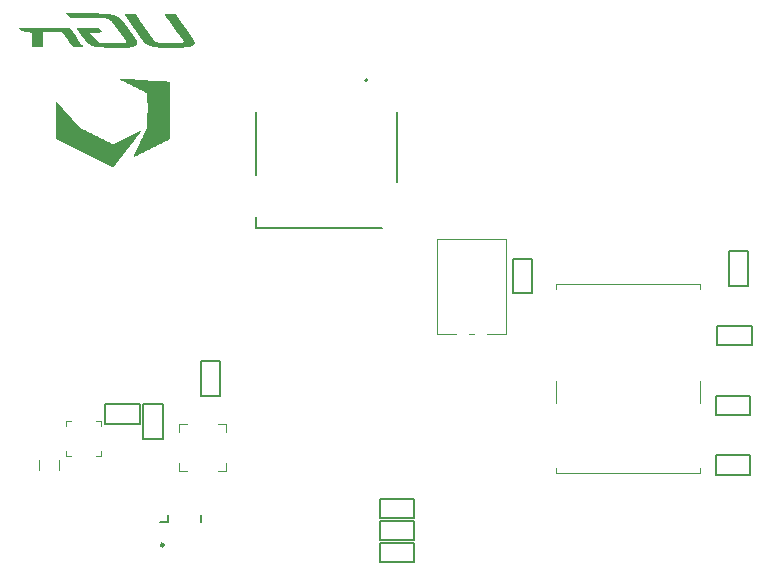
<source format=gbo>
G04 ================== begin FILE IDENTIFICATION RECORD ==================*
G04 Layout Name:  C:/Users/adamf/Desktop/TDP4/PCB_fix_silkscreen/datalogger.brd*
G04 Film Name:    BOT_SILKSCREEN*
G04 File Format:  Gerber RS274X*
G04 File Origin:  Cadence Allegro -unreleased*
G04 Origin Date:  Tue Mar 23 20:19:09 2021*
G04 *
G04 Layer:  USER PART NUMBER/SILKSCREEN_BOTTOM*
G04 Layer:  TOLERANCE/SILKSCREEN_BOTTOM*
G04 Layer:  REF DES/SILKSCREEN_BOTTOM*
G04 Layer:  PACKAGE GEOMETRY/SILKSCREEN_BOTTOM*
G04 Layer:  DEVICE TYPE/SILKSCREEN_BOTTOM*
G04 Layer:  COMPONENT VALUE/SILKSCREEN_BOTTOM*
G04 Layer:  BOARD GEOMETRY/SILKSCREEN_BOTTOM*
G04 *
G04 Offset:    (0.00 0.00)*
G04 Mirror:    No*
G04 Mode:      Positive*
G04 Rotation:  0*
G04 FullContactRelief:  No*
G04 UndefLineWidth:     6.00*
G04 ================== end FILE IDENTIFICATION RECORD ====================*
%FSLAX25Y25*MOIN*%
%IR0*IPPOS*OFA0.00000B0.00000*MIA0B0*SFA1.00000B1.00000*%
%ADD10C,.005*%
%ADD11C,.006*%
%ADD12C,.00472*%
%ADD13C,.00591*%
%ADD14C,.00984*%
%ADD15C,.00787*%
G75*
%LPD*%
G75*
G36*
G01X-120278Y56705D02*
G03X-120335Y56752I-436J-470D01*
G03X-120388Y56786I-310J-425D01*
G03X-120425Y56796I-40J-74D01*
G03X-120456Y56767I-2J-29D01*
G01X-120478Y54948D01*
G03X-120495Y52915I272783J-3298D01*
G03X-120500Y50500I540502J-2327D01*
G01X-120497Y46347D01*
G03X-120474Y45012I44427J98D01*
G03X-120430Y44319I11125J358D01*
G03X-120300Y44200I130J12D01*
G02X-120223Y44193I2J-403D01*
G02X-120159Y44171I-48J-245D01*
G02X-120115Y44138I-71J-140D01*
G02X-120100Y44100I-40J-38D01*
G03X-120085Y44062I55J0D01*
G03X-120041Y44029I115J107D01*
G03X-119977Y44007I112J223D01*
G03X-119900Y44000I75J396D01*
G02X-119823Y43993I2J-403D01*
G02X-119759Y43971I-48J-245D01*
G02X-119715Y43938I-71J-140D01*
G02X-119700Y43900I-40J-38D01*
G03X-119685Y43862I55J0D01*
G03X-119641Y43829I115J107D01*
G03X-119577Y43807I112J223D01*
G03X-119500Y43800I75J396D01*
G02X-119423Y43793I2J-403D01*
G02X-119359Y43771I-48J-245D01*
G02X-119315Y43738I-71J-140D01*
G02X-119300Y43700I-40J-38D01*
G03X-119285Y43662I55J0D01*
G03X-119241Y43629I115J107D01*
G03X-119177Y43607I112J223D01*
G03X-119100Y43600I75J396D01*
G02X-119023Y43593I2J-403D01*
G02X-118959Y43571I-48J-245D01*
G02X-118915Y43538I-71J-140D01*
G02X-118900Y43500I-40J-38D01*
G03X-118885Y43462I55J0D01*
G03X-118841Y43429I115J107D01*
G03X-118777Y43407I112J223D01*
G03X-118700Y43400I75J396D01*
G02X-118623Y43393I2J-403D01*
G02X-118559Y43371I-48J-245D01*
G02X-118515Y43338I-71J-140D01*
G02X-118500Y43300I-40J-38D01*
G03X-118485Y43262I55J0D01*
G03X-118441Y43229I115J107D01*
G03X-118377Y43207I112J223D01*
G03X-118300Y43200I75J396D01*
G02X-118223Y43193I2J-403D01*
G02X-118159Y43171I-48J-245D01*
G02X-118115Y43138I-71J-140D01*
G02X-118100Y43100I-40J-38D01*
G03X-118085Y43062I55J0D01*
G03X-118041Y43029I115J107D01*
G03X-117977Y43007I112J223D01*
G03X-117900Y43000I75J396D01*
G02X-117823Y42993I2J-403D01*
G02X-117759Y42971I-48J-245D01*
G02X-117715Y42938I-71J-140D01*
G02X-117700Y42900I-40J-38D01*
G03X-117685Y42862I55J0D01*
G03X-117641Y42829I115J107D01*
G03X-117577Y42807I112J223D01*
G03X-117500Y42800I75J396D01*
G02X-117423Y42793I2J-403D01*
G02X-117359Y42771I-48J-245D01*
G02X-117315Y42738I-71J-140D01*
G02X-117300Y42700I-40J-38D01*
G03X-117285Y42662I55J0D01*
G03X-117241Y42629I115J107D01*
G03X-117177Y42607I112J223D01*
G03X-117100Y42600I75J396D01*
G02X-117023Y42593I2J-403D01*
G02X-116959Y42571I-48J-245D01*
G02X-116915Y42538I-71J-140D01*
G02X-116900Y42500I-40J-38D01*
G03X-116885Y42462I55J0D01*
G03X-116841Y42429I115J107D01*
G03X-116777Y42407I112J223D01*
G03X-116700Y42400I75J396D01*
G02X-116623Y42393I2J-403D01*
G02X-116559Y42371I-48J-245D01*
G02X-116515Y42338I-71J-140D01*
G02X-116500Y42300I-40J-38D01*
G03X-116485Y42262I55J0D01*
G03X-116441Y42229I115J107D01*
G03X-116377Y42207I112J223D01*
G03X-116300Y42200I75J396D01*
G02X-116223Y42193I2J-403D01*
G02X-116159Y42171I-48J-245D01*
G02X-116115Y42138I-71J-140D01*
G02X-116100Y42100I-40J-38D01*
G03X-116085Y42062I55J0D01*
G03X-116041Y42029I115J107D01*
G03X-115977Y42007I112J223D01*
G03X-115900Y42000I75J396D01*
G02X-115823Y41993I2J-403D01*
G02X-115759Y41971I-48J-245D01*
G02X-115715Y41938I-71J-140D01*
G02X-115700Y41900I-40J-38D01*
G03X-115685Y41862I55J0D01*
G03X-115641Y41829I115J107D01*
G03X-115577Y41807I112J223D01*
G03X-115500Y41800I75J396D01*
G02X-115423Y41793I2J-403D01*
G02X-115359Y41771I-48J-245D01*
G02X-115315Y41738I-71J-140D01*
G02X-115300Y41700I-40J-38D01*
G03X-115285Y41662I55J0D01*
G03X-115241Y41629I115J107D01*
G03X-115177Y41607I112J223D01*
G03X-115100Y41600I75J396D01*
G02X-115023Y41593I2J-403D01*
G02X-114959Y41571I-48J-245D01*
G02X-114915Y41538I-71J-140D01*
G02X-114900Y41500I-40J-38D01*
G03X-114885Y41462I55J0D01*
G03X-114841Y41429I115J107D01*
G03X-114777Y41407I112J223D01*
G03X-114700Y41400I75J396D01*
G02X-114623Y41393I2J-403D01*
G02X-114559Y41371I-48J-245D01*
G02X-114515Y41338I-71J-140D01*
G02X-114500Y41300I-40J-38D01*
G03X-114485Y41262I55J0D01*
G03X-114441Y41229I115J107D01*
G03X-114377Y41207I112J223D01*
G03X-114300Y41200I75J396D01*
G02X-114223Y41193I2J-403D01*
G02X-114159Y41171I-48J-245D01*
G02X-114115Y41138I-71J-140D01*
G02X-114100Y41100I-40J-38D01*
G03X-114085Y41062I55J0D01*
G03X-114041Y41029I115J107D01*
G03X-113977Y41007I112J223D01*
G03X-113900Y41000I75J396D01*
G02X-113823Y40993I2J-403D01*
G02X-113759Y40971I-48J-245D01*
G02X-113715Y40938I-71J-140D01*
G02X-113700Y40900I-40J-38D01*
G03X-113685Y40862I55J0D01*
G03X-113641Y40829I115J107D01*
G03X-113577Y40807I112J223D01*
G03X-113500Y40800I75J396D01*
G02X-113423Y40793I2J-403D01*
G02X-113359Y40771I-48J-245D01*
G02X-113315Y40738I-71J-140D01*
G02X-113300Y40700I-40J-38D01*
G03X-113285Y40662I55J0D01*
G03X-113241Y40629I115J107D01*
G03X-113177Y40607I112J223D01*
G03X-113100Y40600I75J396D01*
G02X-113023Y40593I2J-403D01*
G02X-112959Y40571I-48J-245D01*
G02X-112915Y40538I-71J-140D01*
G02X-112900Y40500I-40J-38D01*
G03X-112885Y40462I55J0D01*
G03X-112841Y40429I115J107D01*
G03X-112777Y40407I112J223D01*
G03X-112700Y40400I75J396D01*
G02X-112623Y40393I2J-403D01*
G02X-112559Y40371I-48J-245D01*
G02X-112515Y40338I-71J-140D01*
G02X-112500Y40300I-40J-38D01*
G03X-112485Y40262I55J0D01*
G03X-112441Y40229I115J107D01*
G03X-112377Y40207I112J223D01*
G03X-112300Y40200I75J396D01*
G02X-112223Y40193I2J-403D01*
G02X-112159Y40171I-48J-245D01*
G02X-112115Y40138I-71J-140D01*
G02X-112100Y40100I-40J-38D01*
G03X-112085Y40062I55J0D01*
G03X-112041Y40029I115J107D01*
G03X-111977Y40007I112J223D01*
G03X-111900Y40000I75J396D01*
G02X-111823Y39993I2J-403D01*
G02X-111759Y39971I-48J-245D01*
G02X-111715Y39938I-71J-140D01*
G02X-111700Y39900I-40J-38D01*
G03X-111685Y39862I55J0D01*
G03X-111641Y39829I115J107D01*
G03X-111577Y39807I112J223D01*
G03X-111500Y39800I75J396D01*
G02X-111423Y39793I2J-403D01*
G02X-111359Y39771I-48J-245D01*
G02X-111315Y39738I-71J-140D01*
G02X-111300Y39700I-40J-38D01*
G03X-111285Y39662I55J0D01*
G03X-111241Y39629I115J107D01*
G03X-111177Y39607I112J223D01*
G03X-111100Y39600I75J396D01*
G02X-111023Y39593I2J-403D01*
G02X-110959Y39571I-48J-245D01*
G02X-110915Y39538I-71J-140D01*
G02X-110900Y39500I-40J-38D01*
G03X-110885Y39462I55J0D01*
G03X-110841Y39429I115J107D01*
G03X-110777Y39407I112J223D01*
G03X-110700Y39400I75J396D01*
G02X-110623Y39393I2J-403D01*
G02X-110559Y39371I-48J-245D01*
G02X-110515Y39338I-71J-140D01*
G02X-110500Y39300I-40J-38D01*
G03X-110485Y39262I55J0D01*
G03X-110441Y39229I115J107D01*
G03X-110377Y39207I112J223D01*
G03X-110300Y39200I75J396D01*
G02X-110223Y39193I2J-403D01*
G02X-110159Y39171I-48J-245D01*
G02X-110115Y39138I-71J-140D01*
G02X-110100Y39100I-40J-38D01*
G03X-110085Y39062I55J0D01*
G03X-110041Y39029I115J107D01*
G03X-109977Y39007I112J223D01*
G03X-109900Y39000I75J396D01*
G02X-109823Y38993I2J-403D01*
G02X-109759Y38971I-48J-245D01*
G02X-109715Y38938I-71J-140D01*
G02X-109700Y38900I-40J-38D01*
G03X-109685Y38862I55J0D01*
G03X-109641Y38829I115J107D01*
G03X-109577Y38807I112J223D01*
G03X-109500Y38800I75J396D01*
G02X-109423Y38793I2J-403D01*
G02X-109359Y38771I-48J-245D01*
G02X-109315Y38738I-71J-140D01*
G02X-109300Y38700I-40J-38D01*
G03X-109285Y38662I55J0D01*
G03X-109241Y38629I115J107D01*
G03X-109177Y38607I112J223D01*
G03X-109100Y38600I75J396D01*
G02X-109023Y38593I2J-403D01*
G02X-108959Y38571I-48J-245D01*
G02X-108915Y38538I-71J-140D01*
G02X-108900Y38500I-40J-38D01*
G03X-108885Y38462I55J0D01*
G03X-108841Y38429I115J107D01*
G03X-108777Y38407I112J223D01*
G03X-108700Y38400I75J396D01*
G02X-108623Y38393I2J-403D01*
G02X-108559Y38371I-48J-245D01*
G02X-108515Y38338I-71J-140D01*
G02X-108500Y38300I-40J-38D01*
G03X-108485Y38262I55J0D01*
G03X-108441Y38229I115J107D01*
G03X-108377Y38207I112J223D01*
G03X-108300Y38200I75J396D01*
G02X-108223Y38193I2J-403D01*
G02X-108159Y38171I-48J-245D01*
G02X-108115Y38138I-71J-140D01*
G02X-108100Y38100I-40J-38D01*
G03X-108085Y38062I55J0D01*
G03X-108041Y38029I115J107D01*
G03X-107977Y38007I112J223D01*
G03X-107900Y38000I75J396D01*
G02X-107823Y37993I2J-403D01*
G02X-107759Y37971I-48J-245D01*
G02X-107715Y37938I-71J-140D01*
G02X-107700Y37900I-40J-38D01*
G03X-107685Y37862I55J0D01*
G03X-107641Y37829I115J107D01*
G03X-107577Y37807I112J223D01*
G03X-107500Y37800I75J396D01*
G02X-107423Y37793I2J-403D01*
G02X-107359Y37771I-48J-245D01*
G02X-107315Y37738I-71J-140D01*
G02X-107300Y37700I-40J-38D01*
G03X-107285Y37662I55J0D01*
G03X-107241Y37629I115J107D01*
G03X-107177Y37607I112J223D01*
G03X-107100Y37600I75J396D01*
G02X-107023Y37593I2J-403D01*
G02X-106959Y37571I-48J-245D01*
G02X-106915Y37538I-71J-140D01*
G02X-106900Y37500I-40J-38D01*
G03X-106885Y37462I55J0D01*
G03X-106841Y37429I115J107D01*
G03X-106777Y37407I112J223D01*
G03X-106700Y37400I75J396D01*
G02X-106623Y37393I2J-403D01*
G02X-106559Y37371I-48J-245D01*
G02X-106515Y37338I-71J-140D01*
G02X-106500Y37300I-40J-38D01*
G03X-106485Y37262I55J0D01*
G03X-106441Y37229I115J107D01*
G03X-106377Y37207I112J223D01*
G03X-106300Y37200I75J396D01*
G02X-106223Y37193I2J-403D01*
G02X-106159Y37171I-48J-245D01*
G02X-106115Y37138I-71J-140D01*
G02X-106100Y37100I-40J-38D01*
G03X-106085Y37062I55J0D01*
G03X-106041Y37029I115J107D01*
G03X-105977Y37007I112J223D01*
G03X-105900Y37000I75J396D01*
G02X-105823Y36993I2J-403D01*
G02X-105759Y36971I-48J-245D01*
G02X-105715Y36938I-71J-140D01*
G02X-105700Y36900I-40J-38D01*
G03X-105685Y36862I55J0D01*
G03X-105641Y36829I115J107D01*
G03X-105577Y36807I112J223D01*
G03X-105500Y36800I75J396D01*
G02X-105423Y36793I2J-403D01*
G02X-105359Y36771I-48J-245D01*
G02X-105315Y36738I-71J-140D01*
G02X-105300Y36700I-40J-38D01*
G03X-105285Y36662I55J0D01*
G03X-105241Y36629I115J107D01*
G03X-105177Y36607I112J223D01*
G03X-105100Y36600I75J396D01*
G02X-105023Y36593I2J-403D01*
G02X-104959Y36571I-48J-245D01*
G02X-104915Y36538I-71J-140D01*
G02X-104900Y36500I-40J-38D01*
G03X-104885Y36462I55J0D01*
G03X-104841Y36429I115J107D01*
G03X-104777Y36407I112J223D01*
G03X-104700Y36400I75J396D01*
G02X-104623Y36393I2J-403D01*
G02X-104559Y36371I-48J-245D01*
G02X-104515Y36338I-71J-140D01*
G02X-104500Y36300I-40J-38D01*
G03X-104485Y36262I55J0D01*
G03X-104441Y36229I115J107D01*
G03X-104377Y36207I112J223D01*
G03X-104300Y36200I75J396D01*
G02X-104223Y36193I2J-403D01*
G02X-104159Y36171I-48J-245D01*
G02X-104115Y36138I-71J-140D01*
G02X-104100Y36100I-40J-38D01*
G03X-104085Y36062I55J0D01*
G03X-104041Y36029I115J107D01*
G03X-103977Y36007I112J223D01*
G03X-103900Y36000I75J396D01*
G02X-103823Y35993I2J-403D01*
G02X-103759Y35971I-48J-245D01*
G02X-103715Y35938I-71J-140D01*
G02X-103700Y35900I-40J-38D01*
G03X-103685Y35862I55J0D01*
G03X-103641Y35829I115J107D01*
G03X-103577Y35807I112J223D01*
G03X-103500Y35800I75J396D01*
G02X-103423Y35793I2J-403D01*
G02X-103359Y35771I-48J-245D01*
G02X-103315Y35738I-71J-140D01*
G02X-103300Y35700I-40J-38D01*
G03X-103285Y35662I55J0D01*
G03X-103241Y35629I115J107D01*
G03X-103177Y35607I112J223D01*
G03X-103100Y35600I75J396D01*
G02X-103023Y35593I2J-403D01*
G02X-102959Y35571I-48J-245D01*
G02X-102915Y35538I-71J-140D01*
G02X-102900Y35500I-40J-38D01*
G03X-102885Y35462I55J0D01*
G03X-102841Y35429I115J107D01*
G03X-102777Y35407I112J223D01*
G03X-102700Y35400I75J396D01*
G02X-102623Y35393I2J-403D01*
G02X-102559Y35371I-48J-245D01*
G02X-102515Y35338I-71J-140D01*
G02X-102500Y35300I-40J-38D01*
G03X-102485Y35262I55J0D01*
G03X-102441Y35229I115J107D01*
G03X-102377Y35207I112J223D01*
G03X-102300Y35200I75J396D01*
G02X-102223Y35193I2J-403D01*
G02X-102159Y35171I-48J-245D01*
G02X-102115Y35138I-71J-140D01*
G02X-102100Y35100I-40J-38D01*
G03X-102085Y35062I57J1D01*
G03X-102044Y35029I111J96D01*
G03X-101982Y35007I109J209D01*
G03X-101908Y35000I72J364D01*
G02X-101832Y34991I0J-327D01*
G02X-101761Y34965I-70J-301D01*
G02X-101706Y34925I-118J-220D01*
G02X-101676Y34879I-76J-82D01*
G03X-101582Y34853I56J19D01*
G03X-101171Y35225I-7474J8670D01*
G03X-100773Y35625I-7328J7690D01*
G03X-100700Y35807I-192J183D01*
G02X-100683Y35867I112J1D01*
G02X-100612Y35969I1175J-742D01*
G02X-100515Y36084I1282J-983D01*
G02X-100400Y36200I1626J-1497D01*
G03X-100285Y36316I-1418J1520D01*
G03X-100188Y36433I-1152J1054D01*
G03X-100118Y36537I-1056J786D01*
G03X-100100Y36600I-103J64D01*
G02X-100082Y36663I121J-1D01*
G02X-100012Y36767I1126J-682D01*
G02X-99915Y36884I1249J-937D01*
G02X-99800Y37000I1533J-1404D01*
G03X-99685Y37116I-1443J1545D01*
G03X-99588Y37233I-1167J1066D01*
G03X-99518Y37336I-1064J798D01*
G03X-99500Y37398I-100J63D01*
G02X-99479Y37464I116J-1D01*
G02X-99382Y37594I2029J-1413D01*
G02X-99253Y37744I2040J-1624D01*
G02X-99100Y37900I2825J-2618D01*
G03X-98947Y38056I-2672J2774D01*
G03X-98818Y38206I-1911J1774D01*
G03X-98721Y38336I-1932J1543D01*
G03X-98700Y38402I-95J67D01*
G02X-98682Y38464I118J-1D01*
G02X-98612Y38567I1134J-695D01*
G02X-98515Y38684I1264J-949D01*
G02X-98400Y38800I1558J-1429D01*
G03X-98285Y38916I-1418J1520D01*
G03X-98188Y39033I-1152J1054D01*
G03X-98118Y39137I-1056J786D01*
G03X-98100Y39200I-103J64D01*
G02X-98082Y39263I121J-1D01*
G02X-98012Y39367I1126J-682D01*
G02X-97915Y39484I1249J-937D01*
G02X-97800Y39600I1533J-1404D01*
G03X-97685Y39716I-1443J1545D01*
G03X-97588Y39833I-1167J1066D01*
G03X-97518Y39936I-1064J798D01*
G03X-97500Y39998I-100J63D01*
G02X-97479Y40064I116J-1D01*
G02X-97382Y40194I2029J-1413D01*
G02X-97253Y40344I2040J-1624D01*
G02X-97100Y40500I2825J-2618D01*
G03X-96947Y40656I-2672J2774D01*
G03X-96818Y40806I-1911J1774D01*
G03X-96721Y40936I-1932J1543D01*
G03X-96700Y41002I-95J67D01*
G02X-96682Y41064I118J-1D01*
G02X-96612Y41167I1134J-695D01*
G02X-96515Y41284I1264J-949D01*
G02X-96400Y41400I1558J-1429D01*
G03X-96285Y41516I-1418J1520D01*
G03X-96188Y41633I-1152J1054D01*
G03X-96118Y41737I-1056J786D01*
G03X-96100Y41800I-103J64D01*
G02X-96082Y41863I121J-1D01*
G02X-96012Y41967I1126J-682D01*
G02X-95915Y42084I1249J-937D01*
G02X-95800Y42200I1533J-1404D01*
G03X-95685Y42316I-1443J1545D01*
G03X-95588Y42433I-1167J1066D01*
G03X-95518Y42536I-1064J798D01*
G03X-95500Y42598I-100J63D01*
G02X-95479Y42664I116J-1D01*
G02X-95382Y42794I2029J-1413D01*
G02X-95253Y42944I2040J-1624D01*
G02X-95100Y43100I2825J-2618D01*
G03X-94947Y43256I-2672J2774D01*
G03X-94818Y43406I-1911J1774D01*
G03X-94721Y43536I-1932J1543D01*
G03X-94700Y43602I-95J67D01*
G02X-94682Y43664I118J-1D01*
G02X-94612Y43767I1134J-695D01*
G02X-94515Y43884I1264J-949D01*
G02X-94400Y44000I1558J-1429D01*
G03X-94285Y44116I-1418J1520D01*
G03X-94188Y44233I-1152J1054D01*
G03X-94118Y44337I-1056J786D01*
G03X-94100Y44400I-103J64D01*
G02X-94082Y44463I121J-1D01*
G02X-94012Y44567I1126J-682D01*
G02X-93915Y44684I1249J-937D01*
G02X-93800Y44800I1533J-1404D01*
G03X-93685Y44916I-1443J1545D01*
G03X-93588Y45033I-1167J1066D01*
G03X-93518Y45136I-1064J798D01*
G03X-93500Y45198I-100J63D01*
G02X-93479Y45264I116J-1D01*
G02X-93382Y45394I2029J-1413D01*
G02X-93253Y45544I2040J-1624D01*
G02X-93100Y45700I2825J-2618D01*
G03X-92947Y45856I-2672J2774D01*
G03X-92818Y46006I-1911J1774D01*
G03X-92721Y46136I-1932J1543D01*
G03X-92700Y46202I-95J67D01*
G02X-92682Y46264I118J-1D01*
G02X-92612Y46367I1134J-695D01*
G02X-92515Y46484I1264J-949D01*
G02X-92400Y46600I1558J-1429D01*
G03X-92219Y46803I-1027J1098D01*
G03X-92115Y47002I-572J425D01*
G03Y47140I-205J69D01*
G03X-92200Y47200I-84J-29D01*
G03X-92238Y47192I1J-99D01*
G03X-92271Y47171I37J-94D01*
G03X-92292Y47138I73J-70D01*
G03X-92300Y47100I91J-39D01*
G02X-92315Y47062I-55J0D01*
G02X-92359Y47029I-115J107D01*
G02X-92423Y47007I-112J223D01*
G02X-92500Y47000I-75J396D01*
G03X-92577Y46993I-2J-403D01*
G03X-92641Y46971I48J-245D01*
G03X-92685Y46938I71J-140D01*
G03X-92700Y46900I40J-38D01*
G02X-92715Y46862I-55J0D01*
G02X-92759Y46829I-115J107D01*
G02X-92823Y46807I-112J223D01*
G02X-92900Y46800I-75J396D01*
G03X-92977Y46793I-2J-403D01*
G03X-93041Y46771I48J-245D01*
G03X-93085Y46738I71J-140D01*
G03X-93100Y46700I40J-38D01*
G02X-93115Y46662I-55J0D01*
G02X-93159Y46629I-115J107D01*
G02X-93223Y46607I-112J223D01*
G02X-93300Y46600I-75J396D01*
G03X-93377Y46593I-2J-403D01*
G03X-93441Y46571I48J-245D01*
G03X-93485Y46538I71J-140D01*
G03X-93500Y46500I40J-38D01*
G02X-93515Y46462I-55J0D01*
G02X-93559Y46429I-115J107D01*
G02X-93623Y46407I-112J223D01*
G02X-93700Y46400I-75J396D01*
G03X-93777Y46393I-2J-403D01*
G03X-93841Y46371I48J-245D01*
G03X-93885Y46338I71J-140D01*
G03X-93900Y46300I40J-38D01*
G02X-93915Y46262I-55J0D01*
G02X-93959Y46229I-115J107D01*
G02X-94023Y46207I-112J223D01*
G02X-94100Y46200I-75J396D01*
G03X-94177Y46193I-2J-403D01*
G03X-94241Y46171I48J-245D01*
G03X-94285Y46138I71J-140D01*
G03X-94300Y46100I40J-38D01*
G02X-94315Y46062I-55J0D01*
G02X-94359Y46029I-115J107D01*
G02X-94423Y46007I-112J223D01*
G02X-94500Y46000I-75J396D01*
G03X-94577Y45993I-2J-403D01*
G03X-94641Y45971I48J-245D01*
G03X-94685Y45938I71J-140D01*
G03X-94700Y45900I40J-38D01*
G02X-94715Y45862I-55J0D01*
G02X-94759Y45829I-115J107D01*
G02X-94823Y45807I-112J223D01*
G02X-94900Y45800I-75J396D01*
G03X-94977Y45793I-2J-403D01*
G03X-95041Y45771I48J-245D01*
G03X-95085Y45738I71J-140D01*
G03X-95100Y45700I40J-38D01*
G02X-95115Y45662I-55J0D01*
G02X-95159Y45629I-115J107D01*
G02X-95223Y45607I-112J223D01*
G02X-95300Y45600I-75J396D01*
G03X-95377Y45593I-2J-403D01*
G03X-95441Y45571I48J-245D01*
G03X-95485Y45538I71J-140D01*
G03X-95500Y45500I40J-38D01*
G02X-95515Y45462I-55J0D01*
G02X-95559Y45429I-115J107D01*
G02X-95623Y45407I-112J223D01*
G02X-95700Y45400I-75J396D01*
G03X-95777Y45393I-2J-403D01*
G03X-95841Y45371I48J-245D01*
G03X-95885Y45338I71J-140D01*
G03X-95900Y45300I40J-38D01*
G02X-95915Y45262I-55J0D01*
G02X-95959Y45229I-115J107D01*
G02X-96023Y45207I-112J223D01*
G02X-96100Y45200I-75J396D01*
G03X-96177Y45193I-2J-403D01*
G03X-96241Y45171I48J-245D01*
G03X-96285Y45138I71J-140D01*
G03X-96300Y45100I40J-38D01*
G02X-96315Y45062I-55J0D01*
G02X-96359Y45029I-115J107D01*
G02X-96423Y45007I-112J223D01*
G02X-96500Y45000I-75J396D01*
G03X-96577Y44993I-2J-403D01*
G03X-96641Y44971I48J-245D01*
G03X-96685Y44938I71J-140D01*
G03X-96700Y44900I40J-38D01*
G02X-96715Y44862I-55J0D01*
G02X-96759Y44829I-115J107D01*
G02X-96823Y44807I-112J223D01*
G02X-96900Y44800I-75J396D01*
G03X-96977Y44793I-2J-403D01*
G03X-97041Y44771I48J-245D01*
G03X-97085Y44738I71J-140D01*
G03X-97100Y44700I40J-38D01*
G02X-97115Y44662I-55J0D01*
G02X-97159Y44629I-115J107D01*
G02X-97223Y44607I-112J223D01*
G02X-97300Y44600I-75J396D01*
G03X-97377Y44593I-2J-403D01*
G03X-97441Y44571I48J-245D01*
G03X-97485Y44538I71J-140D01*
G03X-97500Y44500I40J-38D01*
G02X-97515Y44462I-55J0D01*
G02X-97559Y44429I-115J107D01*
G02X-97623Y44407I-112J223D01*
G02X-97700Y44400I-75J396D01*
G03X-97777Y44393I-2J-403D01*
G03X-97841Y44371I48J-245D01*
G03X-97885Y44338I71J-140D01*
G03X-97900Y44300I40J-38D01*
G02X-97915Y44262I-55J0D01*
G02X-97959Y44229I-115J107D01*
G02X-98023Y44207I-112J223D01*
G02X-98100Y44200I-75J396D01*
G03X-98177Y44193I-2J-403D01*
G03X-98241Y44171I48J-245D01*
G03X-98285Y44138I71J-140D01*
G03X-98300Y44100I40J-38D01*
G02X-98315Y44062I-55J0D01*
G02X-98359Y44029I-115J107D01*
G02X-98423Y44007I-112J223D01*
G02X-98500Y44000I-75J396D01*
G03X-98577Y43993I-2J-403D01*
G03X-98641Y43971I48J-245D01*
G03X-98685Y43938I71J-140D01*
G03X-98700Y43900I40J-38D01*
G02X-98715Y43862I-55J0D01*
G02X-98759Y43829I-115J107D01*
G02X-98823Y43807I-112J223D01*
G02X-98900Y43800I-75J396D01*
G03X-98977Y43793I-2J-403D01*
G03X-99041Y43771I48J-245D01*
G03X-99085Y43738I71J-140D01*
G03X-99100Y43700I40J-38D01*
G02X-99115Y43662I-55J0D01*
G02X-99159Y43629I-115J107D01*
G02X-99223Y43607I-112J223D01*
G02X-99300Y43600I-75J396D01*
G03X-99377Y43593I-2J-403D01*
G03X-99441Y43571I48J-245D01*
G03X-99485Y43538I71J-140D01*
G03X-99500Y43500I40J-38D01*
G02X-99515Y43462I-55J0D01*
G02X-99559Y43429I-115J107D01*
G02X-99623Y43407I-112J223D01*
G02X-99700Y43400I-75J396D01*
G03X-99777Y43393I-2J-403D01*
G03X-99841Y43371I48J-245D01*
G03X-99885Y43338I71J-140D01*
G03X-99900Y43300I40J-38D01*
G02X-99915Y43262I-55J0D01*
G02X-99959Y43229I-115J107D01*
G02X-100023Y43207I-112J223D01*
G02X-100100Y43200I-75J396D01*
G03X-100177Y43193I-2J-403D01*
G03X-100241Y43171I48J-245D01*
G03X-100285Y43138I71J-140D01*
G03X-100300Y43100I40J-38D01*
G02X-100315Y43062I-55J0D01*
G02X-100359Y43029I-115J107D01*
G02X-100423Y43007I-112J223D01*
G02X-100500Y43000I-75J396D01*
G03X-100577Y42993I-2J-403D01*
G03X-100641Y42971I48J-245D01*
G03X-100685Y42938I71J-140D01*
G03X-100700Y42900I40J-38D01*
G02X-100715Y42862I-55J0D01*
G02X-100759Y42829I-115J107D01*
G02X-100823Y42807I-112J223D01*
G02X-100900Y42800I-75J396D01*
G03X-100977Y42793I-2J-403D01*
G03X-101041Y42771I48J-245D01*
G03X-101085Y42738I71J-140D01*
G03X-101100Y42700I40J-38D01*
G02X-101125Y42661I-43J0D01*
G02X-101218Y42629I-229J514D01*
G02X-101347Y42607I-210J844D01*
G02X-101500Y42600I-151J1617D01*
G02X-101653Y42607I-2J1624D01*
G02X-101782Y42629I81J866D01*
G02X-101875Y42661I136J546D01*
G02X-101900Y42700I18J39D01*
G03X-101915Y42738I-55J0D01*
G03X-101959Y42771I-115J-107D01*
G03X-102023Y42793I-112J-223D01*
G03X-102100Y42800I-75J-396D01*
G02X-102177Y42807I-2J403D01*
G02X-102241Y42829I48J245D01*
G02X-102285Y42862I71J140D01*
G02X-102300Y42900I40J38D01*
G03X-102315Y42938I-55J0D01*
G03X-102359Y42971I-115J-107D01*
G03X-102423Y42993I-112J-223D01*
G03X-102500Y43000I-75J-396D01*
G02X-102577Y43007I-2J403D01*
G02X-102641Y43029I48J245D01*
G02X-102685Y43062I71J140D01*
G02X-102700Y43100I40J38D01*
G03X-102715Y43138I-55J0D01*
G03X-102759Y43171I-115J-107D01*
G03X-102823Y43193I-112J-223D01*
G03X-102900Y43200I-75J-396D01*
G02X-102977Y43207I-2J403D01*
G02X-103041Y43229I48J245D01*
G02X-103085Y43262I71J140D01*
G02X-103100Y43300I40J38D01*
G03X-103115Y43338I-55J0D01*
G03X-103159Y43371I-115J-107D01*
G03X-103223Y43393I-112J-223D01*
G03X-103300Y43400I-75J-396D01*
G02X-103377Y43407I-2J403D01*
G02X-103441Y43429I48J245D01*
G02X-103485Y43462I71J140D01*
G02X-103500Y43500I40J38D01*
G03X-103515Y43538I-55J0D01*
G03X-103559Y43571I-115J-107D01*
G03X-103623Y43593I-112J-223D01*
G03X-103700Y43600I-75J-396D01*
G02X-103777Y43607I-2J403D01*
G02X-103841Y43629I48J245D01*
G02X-103885Y43662I71J140D01*
G02X-103900Y43700I40J38D01*
G03X-103915Y43738I-55J0D01*
G03X-103959Y43771I-115J-107D01*
G03X-104023Y43793I-112J-223D01*
G03X-104100Y43800I-75J-396D01*
G02X-104177Y43807I-2J403D01*
G02X-104241Y43829I48J245D01*
G02X-104285Y43862I71J140D01*
G02X-104300Y43900I40J38D01*
G03X-104315Y43938I-55J0D01*
G03X-104359Y43971I-115J-107D01*
G03X-104423Y43993I-112J-223D01*
G03X-104500Y44000I-75J-396D01*
G02X-104577Y44007I-2J403D01*
G02X-104641Y44029I48J245D01*
G02X-104685Y44062I71J140D01*
G02X-104700Y44100I40J38D01*
G03X-104715Y44138I-55J0D01*
G03X-104759Y44171I-115J-107D01*
G03X-104823Y44193I-112J-223D01*
G03X-104900Y44200I-75J-396D01*
G02X-104977Y44207I-2J403D01*
G02X-105041Y44229I48J245D01*
G02X-105085Y44262I71J140D01*
G02X-105100Y44300I40J38D01*
G03X-105115Y44338I-55J0D01*
G03X-105159Y44371I-115J-107D01*
G03X-105223Y44393I-112J-223D01*
G03X-105300Y44400I-75J-396D01*
G02X-105377Y44407I-2J403D01*
G02X-105441Y44429I48J245D01*
G02X-105485Y44462I71J140D01*
G02X-105500Y44500I40J38D01*
G03X-105515Y44538I-55J0D01*
G03X-105559Y44571I-115J-107D01*
G03X-105623Y44593I-112J-223D01*
G03X-105700Y44600I-75J-396D01*
G02X-105777Y44607I-2J403D01*
G02X-105841Y44629I48J245D01*
G02X-105885Y44662I71J140D01*
G02X-105900Y44700I40J38D01*
G03X-105915Y44738I-55J0D01*
G03X-105959Y44771I-115J-107D01*
G03X-106023Y44793I-112J-223D01*
G03X-106100Y44800I-75J-396D01*
G02X-106177Y44807I-2J403D01*
G02X-106241Y44829I48J245D01*
G02X-106285Y44862I71J140D01*
G02X-106300Y44900I40J38D01*
G03X-106315Y44938I-55J0D01*
G03X-106359Y44971I-115J-107D01*
G03X-106423Y44993I-112J-223D01*
G03X-106500Y45000I-75J-396D01*
G02X-106577Y45007I-2J403D01*
G02X-106641Y45029I48J245D01*
G02X-106685Y45062I71J140D01*
G02X-106700Y45100I40J38D01*
G03X-106715Y45138I-55J0D01*
G03X-106759Y45171I-115J-107D01*
G03X-106823Y45193I-112J-223D01*
G03X-106900Y45200I-75J-396D01*
G02X-106977Y45207I-2J403D01*
G02X-107041Y45229I48J245D01*
G02X-107085Y45262I71J140D01*
G02X-107100Y45300I40J38D01*
G03X-107115Y45338I-55J0D01*
G03X-107159Y45371I-115J-107D01*
G03X-107223Y45393I-112J-223D01*
G03X-107300Y45400I-75J-396D01*
G02X-107377Y45407I-2J403D01*
G02X-107441Y45429I48J245D01*
G02X-107485Y45462I71J140D01*
G02X-107500Y45500I40J38D01*
G03X-107515Y45538I-55J0D01*
G03X-107559Y45571I-115J-107D01*
G03X-107623Y45593I-112J-223D01*
G03X-107700Y45600I-75J-396D01*
G02X-107777Y45607I-2J403D01*
G02X-107841Y45629I48J245D01*
G02X-107885Y45662I71J140D01*
G02X-107900Y45700I40J38D01*
G03X-107915Y45738I-55J0D01*
G03X-107959Y45771I-115J-107D01*
G03X-108023Y45793I-112J-223D01*
G03X-108100Y45800I-75J-396D01*
G02X-108177Y45807I-2J403D01*
G02X-108241Y45829I48J245D01*
G02X-108285Y45862I71J140D01*
G02X-108300Y45900I40J38D01*
G03X-108315Y45938I-55J0D01*
G03X-108359Y45971I-115J-107D01*
G03X-108423Y45993I-112J-223D01*
G03X-108500Y46000I-75J-396D01*
G02X-108577Y46007I-2J403D01*
G02X-108641Y46029I48J245D01*
G02X-108685Y46062I71J140D01*
G02X-108700Y46100I40J38D01*
G03X-108715Y46138I-55J0D01*
G03X-108759Y46171I-115J-107D01*
G03X-108823Y46193I-112J-223D01*
G03X-108900Y46200I-75J-396D01*
G02X-108977Y46207I-2J403D01*
G02X-109041Y46229I48J245D01*
G02X-109085Y46262I71J140D01*
G02X-109100Y46300I40J38D01*
G03X-109115Y46338I-55J0D01*
G03X-109159Y46371I-115J-107D01*
G03X-109223Y46393I-112J-223D01*
G03X-109300Y46400I-75J-396D01*
G02X-109377Y46407I-2J403D01*
G02X-109441Y46429I48J245D01*
G02X-109485Y46462I71J140D01*
G02X-109500Y46500I40J38D01*
G03X-109515Y46538I-55J0D01*
G03X-109559Y46571I-115J-107D01*
G03X-109623Y46593I-112J-223D01*
G03X-109700Y46600I-75J-396D01*
G02X-109777Y46607I-2J403D01*
G02X-109841Y46629I48J245D01*
G02X-109885Y46662I71J140D01*
G02X-109900Y46700I40J38D01*
G03X-109915Y46738I-55J0D01*
G03X-109959Y46771I-115J-107D01*
G03X-110023Y46793I-112J-223D01*
G03X-110100Y46800I-75J-396D01*
G02X-110177Y46807I-2J403D01*
G02X-110241Y46829I48J245D01*
G02X-110285Y46862I71J140D01*
G02X-110300Y46900I40J38D01*
G03X-110315Y46938I-55J0D01*
G03X-110359Y46971I-115J-107D01*
G03X-110423Y46993I-112J-223D01*
G03X-110500Y47000I-75J-396D01*
G02X-110577Y47007I-2J403D01*
G02X-110641Y47029I48J245D01*
G02X-110685Y47062I71J140D01*
G02X-110700Y47100I40J38D01*
G03X-110715Y47138I-55J0D01*
G03X-110759Y47171I-115J-107D01*
G03X-110823Y47193I-112J-223D01*
G03X-110900Y47200I-75J-396D01*
G02X-110977Y47207I-2J403D01*
G02X-111041Y47229I48J245D01*
G02X-111085Y47262I71J140D01*
G02X-111100Y47300I40J38D01*
G03X-111115Y47338I-55J0D01*
G03X-111159Y47371I-115J-107D01*
G03X-111223Y47393I-112J-223D01*
G03X-111300Y47400I-75J-396D01*
G02X-111377Y47407I-2J403D01*
G02X-111441Y47429I48J245D01*
G02X-111485Y47462I71J140D01*
G02X-111500Y47500I40J38D01*
G03X-111515Y47538I-55J0D01*
G03X-111559Y47571I-115J-107D01*
G03X-111623Y47593I-112J-223D01*
G03X-111700Y47600I-75J-396D01*
G02X-111777Y47607I-2J403D01*
G02X-111841Y47629I48J245D01*
G02X-111885Y47662I71J140D01*
G02X-111900Y47700I40J38D01*
G03X-111915Y47738I-55J0D01*
G03X-111959Y47771I-115J-107D01*
G03X-112023Y47793I-112J-223D01*
G03X-112100Y47800I-75J-396D01*
G02X-112177Y47807I-2J403D01*
G02X-112241Y47829I48J245D01*
G02X-112285Y47862I71J140D01*
G02X-112300Y47900I40J38D01*
G03X-112312Y47938I-68J-1D01*
G03X-112345Y47971I-99J-66D01*
G03X-112394Y47993I-91J-138D01*
G03X-112452Y48000I-56J-223D01*
G02X-112637Y48071I0J277D01*
G02X-113140Y48539I13435J14944D01*
G02X-113628Y49025I14387J14934D01*
G02X-113700Y49202I182J177D01*
G03X-113725Y49269I-103J0D01*
G03X-113935Y49510I-12578J-10748D01*
G03X-114193Y49789I-7495J-6672D01*
G03X-114500Y50100I-12544J-12076D01*
G02X-114807Y50411I11992J12145D01*
G02X-115065Y50691I7136J6834D01*
G02X-115275Y50932I11954J10629D01*
G02X-115300Y51000I80J68D01*
G03X-115325Y51068I-105J0D01*
G03X-115535Y51309I-12164J-10388D01*
G03X-115793Y51589I-7394J-6554D01*
G03X-116100Y51900I-12299J-11834D01*
G02X-116407Y52211I11992J12145D01*
G02X-116665Y52491I7136J6834D01*
G02X-116875Y52732I11954J10629D01*
G02X-116900Y52800I80J68D01*
G03X-116925Y52868I-105J0D01*
G03X-117135Y53109I-12164J-10388D01*
G03X-117393Y53389I-7394J-6554D01*
G03X-117700Y53700I-12299J-11834D01*
G02X-118007Y54011I11992J12145D01*
G02X-118265Y54291I7136J6834D01*
G02X-118475Y54532I11954J10629D01*
G02X-118500Y54600I80J68D01*
G03X-118525Y54668I-105J0D01*
G03X-118735Y54909I-12164J-10388D01*
G03X-118993Y55189I-7394J-6554D01*
G03X-119300Y55500I-12299J-11834D01*
G02X-119607Y55811I12001J12153D01*
G02X-119865Y56091I7139J6837D01*
G02X-120075Y56332I11965J10638D01*
G02X-120100Y56400I80J68D01*
G03X-120109Y56451I-156J-1D01*
G03X-120137Y56518I-528J-181D01*
G03X-120177Y56588I-582J-286D01*
G03X-120225Y56650I-484J-325D01*
G03X-120278Y56705I-556J-483D01*
G37*
G36*
G01X-133150Y81440D02*
X-115987D01*
X-113967Y78594D01*
X-113170Y77470D01*
X-112448Y76450D01*
X-111843Y75594D01*
G02X-111634Y75294I-29029J-20446D01*
G01X-111320Y74840D01*
X-114943D01*
X-116154Y76614D01*
G03X-116659Y77350I-123555J-84235D01*
G03X-117176Y78094I-130619J-90215D01*
G03X-117637Y78748I-116241J-81448D01*
G03X-117936Y79161I-20391J-14448D01*
G01X-118508Y79935D01*
X-121766Y79945D01*
X-125025Y79955D01*
Y74840D01*
X-128655D01*
Y79742D01*
X-129931Y79849D01*
G02X-130925Y80000I651J7632D01*
G02X-131801Y80272I1135J5201D01*
G02X-132490Y80638I1490J3637D01*
G02X-132913Y81069I812J1220D01*
G01X-133150Y81440D01*
G37*
G36*
G01X-117174Y86225D02*
X-110993Y86203D01*
G02X-105557Y86143I-1384J-371694D01*
G02X-102897Y85960I-481J-26419D01*
G02X-101170Y85570I-1019J-8530D01*
G02X-99658Y84845I-2221J-6572D01*
G02X-98908Y84238I-2317J-3629D01*
G02X-98105Y83326I-7586J-7489D01*
G02X-96882Y81686I-34444J-26962D01*
G02X-94088Y77731I-825626J-586226D01*
G02X-93743Y77149I-3537J-2490D01*
G02X-93547Y76593I-2265J-1111D01*
G02X-93509Y76106I-1661J-375D01*
G02X-93636Y75729I-774J51D01*
G02X-93907Y75476I-666J442D01*
G02X-94426Y75226I-2083J3662D01*
G02X-95097Y75003I-2160J5379D01*
G02X-95873Y74833I-2348J8863D01*
G02X-96620Y74751I-1025J5894D01*
G02X-97914Y74708I-2209J46989D01*
G02X-99637Y74696I-1369J72847D01*
G02X-101880Y74718I895J205632D01*
G02X-106655Y74881I1948J127080D01*
G02X-108733Y75333I349J6607D01*
G02X-110221Y76376I1427J3619D01*
G02X-112073Y78739I19249J16994D01*
G02X-112737Y79703I133404J92599D01*
G02X-113296Y80532I71687J48942D01*
G02X-113783Y81264I312745J208598D01*
G02X-113805Y81337I110J73D01*
G02X-113764Y81379I42J0D01*
G02X-112718Y81410I10790J-346408D01*
G02X-111523Y81433I1926J-69007D01*
G02X-110104Y81440I1384J-136638D01*
G01X-106402D01*
X-105814Y80722D01*
G02X-105588Y80439I-10314J-8468D01*
G02X-105398Y80183I-6357J-4917D01*
G02X-105246Y79965I-9301J-6647D01*
G02X-105225Y79897I-100J-68D01*
G02X-105265Y79854I-43J0D01*
G02X-105808Y79821I-3212J48368D01*
G02X-106449Y79798I-1006J19085D01*
G02X-107210Y79790I-777J37745D01*
G01X-109195D01*
X-108022Y78264D01*
G03X-107540Y77665I14044J10808D01*
G03X-107063Y77127I10359J8704D01*
G03X-106643Y76699I9291J8697D01*
G03X-106408Y76539I574J590D01*
G03X-105688Y76378I748J1656D01*
G03X-101732Y76332I8194J534555D01*
G03X-97708Y76311I5749J716007D01*
G03X-97175Y76465I3J990D01*
G03X-97118Y76668I-84J133D01*
G03X-97420Y77192I-4398J-2186D01*
G03X-98116Y78199I-23553J-15535D01*
G03X-100358Y81286I-1282802J-929305D01*
G03X-102160Y83563I-29118J-21192D01*
G03X-103357Y84384I-2142J-1840D01*
G03X-105031Y84689I-1779J-5016D01*
G03X-110088Y84740I-5078J-252797D01*
G01X-115716D01*
X-116445Y85482D01*
X-117174Y86225D01*
G37*
G36*
G01X-97936Y64342D02*
G03X-98150Y64372I-624J-3676D01*
G03X-98436Y64393I-427J-3852D01*
G03X-98800Y64400I-373J-9927D01*
G03X-99164Y64393I9J-9934D01*
G03X-99450Y64372I141J-3873D01*
G03X-99664Y64342I410J-3706D01*
G03X-99700Y64300I7J-42D01*
G03X-99685Y64262I55J0D01*
G03X-99641Y64229I115J107D01*
G03X-99577Y64207I112J223D01*
G03X-99500Y64200I75J396D01*
G02X-99423Y64193I2J-403D01*
G02X-99359Y64171I-48J-245D01*
G02X-99315Y64138I-71J-140D01*
G02X-99300Y64100I-40J-38D01*
G03X-99285Y64062I55J0D01*
G03X-99241Y64029I115J107D01*
G03X-99177Y64007I112J223D01*
G03X-99100Y64000I75J396D01*
G02X-99023Y63993I2J-403D01*
G02X-98959Y63971I-48J-245D01*
G02X-98915Y63938I-71J-140D01*
G02X-98900Y63900I-40J-38D01*
G03X-98885Y63862I55J0D01*
G03X-98841Y63829I115J107D01*
G03X-98777Y63807I112J223D01*
G03X-98700Y63800I75J396D01*
G02X-98623Y63793I2J-403D01*
G02X-98559Y63771I-48J-245D01*
G02X-98515Y63738I-71J-140D01*
G02X-98500Y63700I-40J-38D01*
G03X-98485Y63662I55J0D01*
G03X-98441Y63629I115J107D01*
G03X-98377Y63607I112J223D01*
G03X-98300Y63600I75J396D01*
G02X-98223Y63593I2J-403D01*
G02X-98159Y63571I-48J-245D01*
G02X-98115Y63538I-71J-140D01*
G02X-98100Y63500I-40J-38D01*
G03X-98085Y63462I55J0D01*
G03X-98041Y63429I115J107D01*
G03X-97977Y63407I112J223D01*
G03X-97900Y63400I75J396D01*
G02X-97823Y63393I2J-403D01*
G02X-97759Y63371I-48J-245D01*
G02X-97715Y63338I-71J-140D01*
G02X-97700Y63300I-40J-38D01*
G03X-97685Y63262I55J0D01*
G03X-97641Y63229I115J107D01*
G03X-97577Y63207I112J223D01*
G03X-97500Y63200I75J396D01*
G02X-97423Y63193I2J-403D01*
G02X-97359Y63171I-48J-245D01*
G02X-97315Y63138I-71J-140D01*
G02X-97300Y63100I-40J-38D01*
G03X-97285Y63062I55J0D01*
G03X-97241Y63029I115J107D01*
G03X-97177Y63007I112J223D01*
G03X-97100Y63000I75J396D01*
G02X-97023Y62993I2J-403D01*
G02X-96959Y62971I-48J-245D01*
G02X-96915Y62938I-71J-140D01*
G02X-96900Y62900I-40J-38D01*
G03X-96885Y62862I55J0D01*
G03X-96841Y62829I115J107D01*
G03X-96777Y62807I112J223D01*
G03X-96700Y62800I75J396D01*
G02X-96623Y62793I2J-403D01*
G02X-96559Y62771I-48J-245D01*
G02X-96515Y62738I-71J-140D01*
G02X-96500Y62700I-40J-38D01*
G03X-96485Y62662I55J0D01*
G03X-96441Y62629I115J107D01*
G03X-96377Y62607I112J223D01*
G03X-96300Y62600I75J396D01*
G02X-96223Y62593I2J-403D01*
G02X-96159Y62571I-48J-245D01*
G02X-96115Y62538I-71J-140D01*
G02X-96100Y62500I-40J-38D01*
G03X-96085Y62462I55J0D01*
G03X-96041Y62429I115J107D01*
G03X-95977Y62407I112J223D01*
G03X-95900Y62400I75J396D01*
G02X-95823Y62393I2J-403D01*
G02X-95759Y62371I-48J-245D01*
G02X-95715Y62338I-71J-140D01*
G02X-95700Y62300I-40J-38D01*
G03X-95685Y62262I55J0D01*
G03X-95641Y62229I115J107D01*
G03X-95577Y62207I112J223D01*
G03X-95500Y62200I75J396D01*
G02X-95423Y62193I2J-403D01*
G02X-95359Y62171I-48J-245D01*
G02X-95315Y62138I-71J-140D01*
G02X-95300Y62100I-40J-38D01*
G03X-95285Y62062I55J0D01*
G03X-95241Y62029I115J107D01*
G03X-95177Y62007I112J223D01*
G03X-95100Y62000I75J396D01*
G02X-95023Y61993I2J-403D01*
G02X-94959Y61971I-48J-245D01*
G02X-94915Y61938I-71J-140D01*
G02X-94900Y61900I-40J-38D01*
G03X-94885Y61862I55J0D01*
G03X-94841Y61829I115J107D01*
G03X-94777Y61807I112J223D01*
G03X-94700Y61800I75J396D01*
G02X-94623Y61793I2J-403D01*
G02X-94559Y61771I-48J-245D01*
G02X-94515Y61738I-71J-140D01*
G02X-94500Y61700I-40J-38D01*
G03X-94485Y61662I55J0D01*
G03X-94441Y61629I115J107D01*
G03X-94377Y61607I112J223D01*
G03X-94300Y61600I75J396D01*
G02X-94223Y61593I2J-403D01*
G02X-94159Y61571I-48J-245D01*
G02X-94115Y61538I-71J-140D01*
G02X-94100Y61500I-40J-38D01*
G03X-94085Y61462I55J0D01*
G03X-94041Y61429I115J107D01*
G03X-93977Y61407I112J223D01*
G03X-93900Y61400I75J396D01*
G02X-93823Y61393I2J-403D01*
G02X-93759Y61371I-48J-245D01*
G02X-93715Y61338I-71J-140D01*
G02X-93700Y61300I-40J-38D01*
G03X-93685Y61262I55J0D01*
G03X-93641Y61229I115J107D01*
G03X-93577Y61207I112J223D01*
G03X-93500Y61200I75J396D01*
G02X-93423Y61193I2J-403D01*
G02X-93359Y61171I-48J-245D01*
G02X-93315Y61138I-71J-140D01*
G02X-93300Y61100I-40J-38D01*
G03X-93285Y61062I55J0D01*
G03X-93241Y61029I115J107D01*
G03X-93177Y61007I112J223D01*
G03X-93100Y61000I75J396D01*
G02X-93023Y60993I2J-403D01*
G02X-92959Y60971I-48J-245D01*
G02X-92915Y60938I-71J-140D01*
G02X-92900Y60900I-40J-38D01*
G03X-92885Y60862I55J0D01*
G03X-92841Y60829I115J107D01*
G03X-92777Y60807I112J223D01*
G03X-92700Y60800I75J396D01*
G02X-92623Y60793I2J-403D01*
G02X-92559Y60771I-48J-245D01*
G02X-92515Y60738I-71J-140D01*
G02X-92500Y60700I-40J-38D01*
G03X-92485Y60662I55J0D01*
G03X-92441Y60629I115J107D01*
G03X-92377Y60607I112J223D01*
G03X-92300Y60600I75J396D01*
G02X-92223Y60593I2J-403D01*
G02X-92159Y60571I-48J-245D01*
G02X-92115Y60538I-71J-140D01*
G02X-92100Y60500I-40J-38D01*
G03X-92085Y60462I55J0D01*
G03X-92041Y60429I115J107D01*
G03X-91977Y60407I112J223D01*
G03X-91900Y60400I75J396D01*
G02X-91823Y60393I2J-403D01*
G02X-91759Y60371I-48J-245D01*
G02X-91715Y60338I-71J-140D01*
G02X-91700Y60300I-40J-38D01*
G03X-91685Y60262I55J0D01*
G03X-91641Y60229I115J107D01*
G03X-91577Y60207I112J223D01*
G03X-91500Y60200I75J396D01*
G02X-91423Y60193I2J-403D01*
G02X-91359Y60171I-48J-245D01*
G02X-91315Y60138I-71J-140D01*
G02X-91300Y60100I-40J-38D01*
G03X-91285Y60062I55J0D01*
G03X-91241Y60029I115J107D01*
G03X-91177Y60007I112J223D01*
G03X-91100Y60000I75J396D01*
G02X-91023Y59993I2J-403D01*
G02X-90959Y59971I-48J-245D01*
G02X-90915Y59938I-71J-140D01*
G02X-90900Y59900I-40J-38D01*
G03X-90885Y59862I55J0D01*
G03X-90841Y59829I115J107D01*
G03X-90777Y59807I112J223D01*
G03X-90700Y59800I75J396D01*
G02X-90623Y59793I2J-403D01*
G02X-90559Y59771I-48J-245D01*
G02X-90515Y59738I-71J-140D01*
G02X-90500Y59700I-40J-38D01*
G03X-90485Y59662I55J0D01*
G03X-90441Y59629I115J107D01*
G03X-90377Y59607I112J223D01*
G03X-90300Y59600I75J396D01*
G02X-90171Y59484I0J-130D01*
G02X-90126Y58862I-8320J-915D01*
G02X-90104Y57652I-36436J-1268D01*
G02X-90100Y53900I-2009098J-4018D01*
G02X-90106Y51411I-528184J29D01*
G02X-90125Y49650I-137097J599D01*
G02X-90152Y48247I-613647J11108D01*
G02X-90200Y48200I-48J1D01*
G03X-90238Y48185I0J-55D01*
G03X-90271Y48141I107J-115D01*
G03X-90293Y48077I223J-112D01*
G03X-90300Y48000I396J-75D01*
G02X-90307Y47923I-403J-2D01*
G02X-90329Y47859I-245J48D01*
G02X-90362Y47815I-140J71D01*
G02X-90400Y47800I-38J40D01*
G03X-90438Y47785I0J-55D01*
G03X-90471Y47741I107J-115D01*
G03X-90493Y47677I223J-112D01*
G03X-90500Y47600I396J-75D01*
G02X-90507Y47523I-403J-2D01*
G02X-90529Y47459I-245J48D01*
G02X-90562Y47415I-140J71D01*
G02X-90600Y47400I-38J40D01*
G03X-90638Y47379I0J-45D01*
G03X-90671Y47312I250J-165D01*
G03X-90693Y47215I484J-161D01*
G03X-90700Y47100I905J-113D01*
G02X-90707Y46985I-912J-2D01*
G02X-90729Y46888I-506J64D01*
G02X-90762Y46821I-283J98D01*
G02X-90800Y46800I-38J24D01*
G03X-90838Y46785I0J-55D01*
G03X-90871Y46741I107J-115D01*
G03X-90893Y46677I223J-112D01*
G03X-90900Y46600I396J-75D01*
G02X-90907Y46523I-403J-2D01*
G02X-90929Y46459I-245J48D01*
G02X-90962Y46415I-140J71D01*
G02X-91000Y46400I-38J40D01*
G03X-91038Y46385I0J-55D01*
G03X-91071Y46341I107J-115D01*
G03X-91093Y46277I223J-112D01*
G03X-91100Y46200I396J-75D01*
G02X-91107Y46123I-403J-2D01*
G02X-91129Y46059I-245J48D01*
G02X-91162Y46015I-140J71D01*
G02X-91200Y46000I-38J40D01*
G03X-91238Y45985I0J-55D01*
G03X-91271Y45941I107J-115D01*
G03X-91293Y45877I223J-112D01*
G03X-91300Y45800I396J-75D01*
G02X-91307Y45723I-403J-2D01*
G02X-91329Y45659I-245J48D01*
G02X-91362Y45615I-140J71D01*
G02X-91400Y45600I-38J40D01*
G03X-91438Y45585I0J-55D01*
G03X-91471Y45541I107J-115D01*
G03X-91493Y45477I223J-112D01*
G03X-91500Y45400I396J-75D01*
G02X-91507Y45323I-403J-2D01*
G02X-91529Y45259I-245J48D01*
G02X-91562Y45215I-140J71D01*
G02X-91600Y45200I-38J40D01*
G03X-91638Y45185I0J-55D01*
G03X-91671Y45141I107J-115D01*
G03X-91693Y45077I223J-112D01*
G03X-91700Y45000I396J-75D01*
G02X-91707Y44923I-403J-2D01*
G02X-91729Y44859I-245J48D01*
G02X-91762Y44815I-140J71D01*
G02X-91800Y44800I-38J40D01*
G03X-91838Y44785I0J-55D01*
G03X-91871Y44741I107J-115D01*
G03X-91893Y44677I223J-112D01*
G03X-91900Y44600I396J-75D01*
G02X-91907Y44523I-403J-2D01*
G02X-91929Y44459I-245J48D01*
G02X-91962Y44415I-140J71D01*
G02X-92000Y44400I-38J40D01*
G03X-92038Y44385I0J-55D01*
G03X-92071Y44341I107J-115D01*
G03X-92093Y44277I223J-112D01*
G03X-92100Y44200I396J-75D01*
G02X-92107Y44123I-403J-2D01*
G02X-92129Y44059I-245J48D01*
G02X-92162Y44015I-140J71D01*
G02X-92200Y44000I-38J40D01*
G03X-92238Y43985I0J-55D01*
G03X-92271Y43941I107J-115D01*
G03X-92293Y43877I223J-112D01*
G03X-92300Y43800I396J-75D01*
G02X-92307Y43723I-403J-2D01*
G02X-92329Y43659I-245J48D01*
G02X-92362Y43615I-140J71D01*
G02X-92400Y43600I-38J40D01*
G03X-92438Y43585I0J-55D01*
G03X-92471Y43541I107J-115D01*
G03X-92493Y43477I223J-112D01*
G03X-92500Y43400I396J-75D01*
G02X-92507Y43323I-403J-2D01*
G02X-92529Y43259I-245J48D01*
G02X-92562Y43215I-140J71D01*
G02X-92600Y43200I-38J40D01*
G03X-92638Y43179I0J-45D01*
G03X-92671Y43112I250J-165D01*
G03X-92693Y43015I484J-161D01*
G03X-92700Y42900I905J-113D01*
G02X-92707Y42785I-912J-2D01*
G02X-92729Y42688I-506J64D01*
G02X-92762Y42621I-283J98D01*
G02X-92800Y42600I-38J24D01*
G03X-92838Y42585I0J-55D01*
G03X-92871Y42541I107J-115D01*
G03X-92893Y42477I223J-112D01*
G03X-92900Y42400I396J-75D01*
G02X-92907Y42323I-403J-2D01*
G02X-92929Y42259I-245J48D01*
G02X-92962Y42215I-140J71D01*
G02X-93000Y42200I-38J40D01*
G03X-93038Y42185I0J-55D01*
G03X-93071Y42141I107J-115D01*
G03X-93093Y42077I223J-112D01*
G03X-93100Y42000I396J-75D01*
G02X-93107Y41923I-403J-2D01*
G02X-93129Y41859I-245J48D01*
G02X-93162Y41815I-140J71D01*
G02X-93200Y41800I-38J40D01*
G03X-93238Y41785I0J-55D01*
G03X-93271Y41741I107J-115D01*
G03X-93293Y41677I223J-112D01*
G03X-93300Y41600I396J-75D01*
G02X-93307Y41523I-403J-2D01*
G02X-93329Y41459I-245J48D01*
G02X-93362Y41415I-140J71D01*
G02X-93400Y41400I-38J40D01*
G03X-93438Y41385I0J-55D01*
G03X-93471Y41341I107J-115D01*
G03X-93493Y41277I223J-112D01*
G03X-93500Y41200I396J-75D01*
G02X-93507Y41123I-403J-2D01*
G02X-93529Y41059I-245J48D01*
G02X-93562Y41015I-140J71D01*
G02X-93600Y41000I-38J40D01*
G03X-93638Y40985I0J-55D01*
G03X-93671Y40941I107J-115D01*
G03X-93693Y40877I223J-112D01*
G03X-93700Y40800I396J-75D01*
G02X-93707Y40723I-403J-2D01*
G02X-93729Y40659I-245J48D01*
G02X-93762Y40615I-140J71D01*
G02X-93800Y40600I-38J40D01*
G03X-93838Y40585I0J-55D01*
G03X-93871Y40541I107J-115D01*
G03X-93893Y40477I223J-112D01*
G03X-93900Y40400I396J-75D01*
G02X-93907Y40323I-403J-2D01*
G02X-93929Y40259I-245J48D01*
G02X-93962Y40215I-140J71D01*
G02X-94000Y40200I-38J40D01*
G03X-94038Y40185I0J-55D01*
G03X-94071Y40141I107J-115D01*
G03X-94093Y40077I223J-112D01*
G03X-94100Y40000I396J-75D01*
G02X-94107Y39923I-403J-2D01*
G02X-94129Y39859I-245J48D01*
G02X-94162Y39815I-140J71D01*
G02X-94200Y39800I-38J40D01*
G03X-94238Y39785I0J-55D01*
G03X-94271Y39741I107J-115D01*
G03X-94293Y39677I223J-112D01*
G03X-94300Y39600I396J-75D01*
G02X-94307Y39523I-403J-2D01*
G02X-94329Y39459I-245J48D01*
G02X-94362Y39415I-140J71D01*
G02X-94400Y39400I-38J40D01*
G03X-94438Y39379I0J-45D01*
G03X-94471Y39312I250J-165D01*
G03X-94493Y39215I484J-161D01*
G03X-94500Y39100I905J-113D01*
G02X-94507Y38985I-912J-2D01*
G02X-94529Y38888I-506J64D01*
G02X-94562Y38821I-283J98D01*
G02X-94600Y38800I-38J24D01*
G03X-94638Y38785I0J-55D01*
G03X-94671Y38741I107J-115D01*
G03X-94693Y38677I223J-112D01*
G03X-94700Y38600I396J-75D01*
G02X-94707Y38523I-403J-2D01*
G02X-94729Y38459I-245J48D01*
G02X-94762Y38415I-140J71D01*
G02X-94800Y38400I-38J40D01*
G03X-94838Y38392I1J-99D01*
G03X-94871Y38371I37J-94D01*
G03X-94892Y38338I73J-70D01*
G03X-94900Y38300I91J-39D01*
G03X-94885Y38262I55J0D01*
G03X-94841Y38229I115J107D01*
G03X-94777Y38207I112J223D01*
G03X-94700Y38200I75J396D01*
G03X-94623Y38207I2J403D01*
G03X-94559Y38229I-48J245D01*
G03X-94515Y38262I-71J140D01*
G03X-94500Y38300I-40J38D01*
G02X-94485Y38338I55J0D01*
G02X-94441Y38371I115J-107D01*
G02X-94377Y38393I112J-223D01*
G02X-94300Y38400I75J-396D01*
G03X-94223Y38407I2J403D01*
G03X-94159Y38429I-48J245D01*
G03X-94115Y38462I-71J140D01*
G03X-94100Y38500I-40J38D01*
G02X-94085Y38538I55J0D01*
G02X-94041Y38571I115J-107D01*
G02X-93977Y38593I112J-223D01*
G02X-93900Y38600I75J-396D01*
G03X-93823Y38607I2J403D01*
G03X-93759Y38629I-48J245D01*
G03X-93715Y38662I-71J140D01*
G03X-93700Y38700I-40J38D01*
G02X-93685Y38738I55J0D01*
G02X-93641Y38771I115J-107D01*
G02X-93577Y38793I112J-223D01*
G02X-93500Y38800I75J-396D01*
G03X-93423Y38807I2J403D01*
G03X-93359Y38829I-48J245D01*
G03X-93315Y38862I-71J140D01*
G03X-93300Y38900I-40J38D01*
G02X-93285Y38938I55J0D01*
G02X-93241Y38971I115J-107D01*
G02X-93177Y38993I112J-223D01*
G02X-93100Y39000I75J-396D01*
G03X-93023Y39007I2J403D01*
G03X-92959Y39029I-48J245D01*
G03X-92915Y39062I-71J140D01*
G03X-92900Y39100I-40J38D01*
G02X-92885Y39138I55J0D01*
G02X-92841Y39171I115J-107D01*
G02X-92777Y39193I112J-223D01*
G02X-92700Y39200I75J-396D01*
G03X-92623Y39207I2J403D01*
G03X-92559Y39229I-48J245D01*
G03X-92515Y39262I-71J140D01*
G03X-92500Y39300I-40J38D01*
G02X-92485Y39338I55J0D01*
G02X-92441Y39371I115J-107D01*
G02X-92377Y39393I112J-223D01*
G02X-92300Y39400I75J-396D01*
G03X-92223Y39407I2J403D01*
G03X-92159Y39429I-48J245D01*
G03X-92115Y39462I-71J140D01*
G03X-92100Y39500I-40J38D01*
G02X-92085Y39538I55J0D01*
G02X-92041Y39571I115J-107D01*
G02X-91977Y39593I112J-223D01*
G02X-91900Y39600I75J-396D01*
G03X-91823Y39607I2J403D01*
G03X-91759Y39629I-48J245D01*
G03X-91715Y39662I-71J140D01*
G03X-91700Y39700I-40J38D01*
G02X-91685Y39738I55J0D01*
G02X-91641Y39771I115J-107D01*
G02X-91577Y39793I112J-223D01*
G02X-91500Y39800I75J-396D01*
G03X-91423Y39807I2J403D01*
G03X-91359Y39829I-48J245D01*
G03X-91315Y39862I-71J140D01*
G03X-91300Y39900I-40J38D01*
G02X-91285Y39938I55J0D01*
G02X-91241Y39971I115J-107D01*
G02X-91177Y39993I112J-223D01*
G02X-91100Y40000I75J-396D01*
G03X-91023Y40007I2J403D01*
G03X-90959Y40029I-48J245D01*
G03X-90915Y40062I-71J140D01*
G03X-90900Y40100I-40J38D01*
G02X-90885Y40138I55J0D01*
G02X-90841Y40171I115J-107D01*
G02X-90777Y40193I112J-223D01*
G02X-90700Y40200I75J-396D01*
G03X-90623Y40207I2J403D01*
G03X-90559Y40229I-48J245D01*
G03X-90515Y40262I-71J140D01*
G03X-90500Y40300I-40J38D01*
G02X-90485Y40338I55J0D01*
G02X-90441Y40371I115J-107D01*
G02X-90377Y40393I112J-223D01*
G02X-90300Y40400I75J-396D01*
G03X-90223Y40407I2J403D01*
G03X-90159Y40429I-48J245D01*
G03X-90115Y40462I-71J140D01*
G03X-90100Y40500I-40J38D01*
G02X-90085Y40538I55J0D01*
G02X-90041Y40571I115J-107D01*
G02X-89977Y40593I112J-223D01*
G02X-89900Y40600I75J-396D01*
G03X-89823Y40607I2J403D01*
G03X-89759Y40629I-48J245D01*
G03X-89715Y40662I-71J140D01*
G03X-89700Y40700I-40J38D01*
G02X-89685Y40738I55J0D01*
G02X-89641Y40771I115J-107D01*
G02X-89577Y40793I112J-223D01*
G02X-89500Y40800I75J-396D01*
G03X-89423Y40807I2J403D01*
G03X-89359Y40829I-48J245D01*
G03X-89315Y40862I-71J140D01*
G03X-89300Y40900I-40J38D01*
G02X-89285Y40938I55J0D01*
G02X-89241Y40971I115J-107D01*
G02X-89177Y40993I112J-223D01*
G02X-89100Y41000I75J-396D01*
G03X-89023Y41007I2J403D01*
G03X-88959Y41029I-48J245D01*
G03X-88915Y41062I-71J140D01*
G03X-88900Y41100I-40J38D01*
G02X-88885Y41138I55J0D01*
G02X-88841Y41171I115J-107D01*
G02X-88777Y41193I112J-223D01*
G02X-88700Y41200I75J-396D01*
G03X-88623Y41207I2J403D01*
G03X-88559Y41229I-48J245D01*
G03X-88515Y41262I-71J140D01*
G03X-88500Y41300I-40J38D01*
G02X-88485Y41338I55J0D01*
G02X-88441Y41371I115J-107D01*
G02X-88377Y41393I112J-223D01*
G02X-88300Y41400I75J-396D01*
G03X-88223Y41407I2J403D01*
G03X-88159Y41429I-48J245D01*
G03X-88115Y41462I-71J140D01*
G03X-88100Y41500I-40J38D01*
G02X-88085Y41538I55J0D01*
G02X-88041Y41571I115J-107D01*
G02X-87977Y41593I112J-223D01*
G02X-87900Y41600I75J-396D01*
G03X-87823Y41607I2J403D01*
G03X-87759Y41629I-48J245D01*
G03X-87715Y41662I-71J140D01*
G03X-87700Y41700I-40J38D01*
G02X-87685Y41738I55J0D01*
G02X-87641Y41771I115J-107D01*
G02X-87577Y41793I112J-223D01*
G02X-87500Y41800I75J-396D01*
G03X-87423Y41807I2J403D01*
G03X-87359Y41829I-48J245D01*
G03X-87315Y41862I-71J140D01*
G03X-87300Y41900I-40J38D01*
G02X-87285Y41938I55J0D01*
G02X-87241Y41971I115J-107D01*
G02X-87177Y41993I112J-223D01*
G02X-87100Y42000I75J-396D01*
G03X-87023Y42007I2J403D01*
G03X-86959Y42029I-48J245D01*
G03X-86915Y42062I-71J140D01*
G03X-86900Y42100I-40J38D01*
G02X-86885Y42138I55J0D01*
G02X-86841Y42171I115J-107D01*
G02X-86777Y42193I112J-223D01*
G02X-86700Y42200I75J-396D01*
G03X-86623Y42207I2J403D01*
G03X-86559Y42229I-48J245D01*
G03X-86515Y42262I-71J140D01*
G03X-86500Y42300I-40J38D01*
G02X-86485Y42338I55J0D01*
G02X-86441Y42371I115J-107D01*
G02X-86377Y42393I112J-223D01*
G02X-86300Y42400I75J-396D01*
G03X-86223Y42407I2J403D01*
G03X-86159Y42429I-48J245D01*
G03X-86115Y42462I-71J140D01*
G03X-86100Y42500I-40J38D01*
G02X-86085Y42538I55J0D01*
G02X-86041Y42571I115J-107D01*
G02X-85977Y42593I112J-223D01*
G02X-85900Y42600I75J-396D01*
G03X-85823Y42607I2J403D01*
G03X-85759Y42629I-48J245D01*
G03X-85715Y42662I-71J140D01*
G03X-85700Y42700I-40J38D01*
G02X-85685Y42738I55J0D01*
G02X-85641Y42771I115J-107D01*
G02X-85577Y42793I112J-223D01*
G02X-85500Y42800I75J-396D01*
G03X-85423Y42807I2J403D01*
G03X-85359Y42829I-48J245D01*
G03X-85315Y42862I-71J140D01*
G03X-85300Y42900I-40J38D01*
G02X-85285Y42938I55J0D01*
G02X-85241Y42971I115J-107D01*
G02X-85177Y42993I112J-223D01*
G02X-85100Y43000I75J-396D01*
G03X-85023Y43007I2J403D01*
G03X-84959Y43029I-48J245D01*
G03X-84915Y43062I-71J140D01*
G03X-84900Y43100I-40J38D01*
G02X-84885Y43138I55J0D01*
G02X-84841Y43171I115J-107D01*
G02X-84777Y43193I112J-223D01*
G02X-84700Y43200I75J-396D01*
G03X-84623Y43207I2J403D01*
G03X-84559Y43229I-48J245D01*
G03X-84515Y43262I-71J140D01*
G03X-84500Y43300I-40J38D01*
G02X-84485Y43338I55J0D01*
G02X-84441Y43371I115J-107D01*
G02X-84377Y43393I112J-223D01*
G02X-84300Y43400I75J-396D01*
G03X-84223Y43407I2J403D01*
G03X-84159Y43429I-48J245D01*
G03X-84115Y43462I-71J140D01*
G03X-84100Y43500I-40J38D01*
G02X-84085Y43538I55J0D01*
G02X-84041Y43571I115J-107D01*
G02X-83977Y43593I112J-223D01*
G02X-83900Y43600I75J-396D01*
G03X-83823Y43607I2J403D01*
G03X-83759Y43629I-48J245D01*
G03X-83715Y43662I-71J140D01*
G03X-83700Y43700I-40J38D01*
G02X-83685Y43738I55J0D01*
G02X-83641Y43771I115J-107D01*
G02X-83577Y43793I112J-223D01*
G02X-83500Y43800I75J-396D01*
G03X-83423Y43807I2J403D01*
G03X-83359Y43829I-48J245D01*
G03X-83315Y43862I-71J140D01*
G03X-83300Y43900I-40J38D01*
G02X-83285Y43938I55J0D01*
G02X-83241Y43971I115J-107D01*
G02X-83177Y43993I112J-223D01*
G02X-83100Y44000I75J-396D01*
G03X-83023Y44007I2J403D01*
G03X-82959Y44029I-48J245D01*
G03X-82915Y44062I-71J140D01*
G03X-82900Y44100I-40J38D01*
G02X-82885Y44138I55J0D01*
G02X-82841Y44171I115J-107D01*
G02X-82777Y44193I112J-223D01*
G02X-82700Y44200I75J-396D01*
G03X-82564Y44329I0J136D01*
G03X-82526Y45425I-38176J1872D01*
G03X-82503Y47443I-102126J2173D01*
G01X-82500Y53800D01*
Y63400D01*
X-83100D01*
G02X-83332Y63407I-3J3765D01*
G02X-83525Y63429I116J1874D01*
G02X-83670Y63460I249J1521D01*
G02X-83700Y63500I11J40D01*
G03X-83742Y63545I-45J0D01*
G03X-84175Y63574I-1722J-22457D01*
G03X-84738Y63594I-791J-14331D01*
G03X-85500Y63600I-751J-46942D01*
G02X-86262Y63606I-11J46948D01*
G02X-86825Y63626I228J14351D01*
G02X-87258Y63655I1289J22486D01*
G02X-87300Y63700I3J45D01*
G03X-87342Y63745I-45J0D01*
G03X-87750Y63774I-1568J-19177D01*
G03X-88282Y63794I-749J-12828D01*
G03X-89000Y63800I-706J-41466D01*
G02X-89718Y63806I-12J41472D01*
G02X-90250Y63826I217J12848D01*
G02X-90658Y63855I1160J19206D01*
G02X-90700Y63900I3J45D01*
G03X-90742Y63945I-45J0D01*
G03X-91175Y63974I-1722J-22457D01*
G03X-91738Y63994I-791J-14331D01*
G03X-92500Y64000I-751J-46942D01*
G02X-93262Y64006I-11J46948D01*
G02X-93825Y64026I228J14351D01*
G02X-94258Y64055I1289J22486D01*
G02X-94300Y64100I3J45D01*
G03X-94342Y64145I-45J0D01*
G03X-94775Y64174I-1722J-22457D01*
G03X-95338Y64194I-791J-14331D01*
G03X-96100Y64200I-751J-46942D01*
G02X-96862Y64206I-11J46948D01*
G02X-97425Y64226I228J14351D01*
G02X-97858Y64255I1289J22486D01*
G02X-97900Y64300I3J45D01*
G03X-97936Y64342I-43J0D01*
G37*
G36*
G01X-84291Y85976D02*
G02X-84172Y86009I302J-858D01*
G02X-84049Y86026I187J-902D01*
G02X-83940Y86023I39J-547D01*
G03X-83777Y86008I294J2298D01*
G03X-83329Y85984I4838J86124D01*
G03X-82794Y85958I3857J73850D01*
G03X-82208Y85934I4672J106916D01*
G01X-80722Y85876D01*
X-79898Y84713D01*
G03X-79223Y83765I405684J288143D01*
G03X-78503Y82757I520667J371144D01*
G03X-77729Y81677I595381J425873D01*
G01X-76889Y80511D01*
G02X-75419Y78454I-252177J-181767D01*
G02X-74780Y77486I-14383J-10189D01*
G02X-74466Y76878I-3957J-2428D01*
G02X-74370Y76408I-1102J-470D01*
G02X-74394Y76134I-1567J-1D01*
G02X-74466Y75907I-889J157D01*
G02X-74594Y75710I-788J372D01*
G02X-74784Y75528I-1033J888D01*
G02X-75579Y75118I-1461J1858D01*
G02X-76714Y74894I-1800J6133D01*
G02X-78554Y74784I-2143J20402D01*
G02X-82125Y74758I-3555J242979D01*
G02X-85112Y74768I-21J439958D01*
G02X-86639Y74810I227J36020D01*
G02X-87637Y74901I594J12034D01*
G02X-88478Y75070I857J6441D01*
G02X-89808Y75503I3678J13556D01*
G02X-90673Y75976I1288J3382D01*
G02X-91408Y76683I2377J3206D01*
G02X-92322Y77917I15006J12070D01*
G03X-92638Y78379I-89586J-60936D01*
G01X-93238Y79249D01*
X-93942Y80270D01*
X-94674Y81329D01*
G02X-95396Y82379I188823J130611D01*
G02X-96073Y83375I151031J103387D01*
G02X-96638Y84220I147775J99420D01*
G02X-96899Y84629I9580J6401D01*
G03X-97078Y84920I-21799J-13208D01*
G03X-97271Y85224I-26729J-16756D01*
G03X-97449Y85499I-23998J-15338D01*
G03X-97578Y85689I-5907J-3872D01*
G01X-97840Y86060D01*
X-94087D01*
X-93289Y84781D01*
G03X-92907Y84185I25007J15607D01*
G03X-92412Y83442I61765J40613D01*
G03X-91890Y82679I63894J43153D01*
G03X-91423Y82018I37472J25979D01*
G02X-90927Y81324I-146480J-105213D01*
G02X-90312Y80459I-348712J-248580D01*
G02X-89684Y79570I-360934J-255634D01*
G02X-89142Y78797I-204773J-144156D01*
G03X-87898Y77122I30125J21074D01*
G03X-87193Y76612I1247J981D01*
G03X-86209Y76432I1025J2821D01*
G03X-82562Y76408I3602J270304D01*
G03X-80211Y76416I105J314728D01*
G03X-78888Y76451I-287J35854D01*
G03X-78021Y76502I-1288J29296D01*
G03X-77918Y76614I-9J111D01*
G03X-77952Y76742I-256J0D01*
G03X-78158Y77087I-10910J-6280D01*
G03X-78422Y77492I-8954J-5548D01*
G03X-78736Y77934I-13619J-9343D01*
G01X-80501Y80332D01*
G03X-82068Y82454I-1106071J-815143D01*
G01X-83348Y84181D01*
G03X-83953Y84984I-60522J-44969D01*
G02X-84232Y85370I7374J5624D01*
G02X-84384Y85640I1478J1010D01*
G02X-84435Y85824I541J249D01*
G02X-84384Y85930I111J12D01*
G02X-84291Y85976I251J-391D01*
G37*
G54D10*
G01X-54025Y18439D02*
Y14798D01*
X-12096D01*
G01X-54025Y32416D02*
Y53282D01*
G01X-6978Y29857D02*
Y53282D01*
G54D11*
G01X-104250Y-44150D02*
Y-50600D01*
G01D02*
X-92750D01*
G01Y-44150D02*
X-104250D01*
G01X-85050Y-44050D02*
X-91500D01*
G01D02*
Y-55550D01*
G01D02*
X-85050D01*
G01D02*
Y-44050D01*
G01X-92750Y-50600D02*
Y-44150D01*
G01X-65850Y-29850D02*
X-72300D01*
G01D02*
Y-41350D01*
G01D02*
X-65850D01*
G01D02*
Y-29850D01*
G01X-12650Y-90350D02*
Y-96800D01*
G01D02*
X-1150D01*
G01X-12750Y-82950D02*
Y-89400D01*
G01D02*
X-1250D01*
G01Y-82950D02*
X-12750D01*
G01X-1150Y-90350D02*
X-12650D01*
G01X-12750Y-75550D02*
Y-82000D01*
G01D02*
X-1250D01*
G01Y-75550D02*
X-12750D01*
G01X-1150Y-96800D02*
Y-90350D01*
G01X-1250Y-89400D02*
Y-82950D01*
G01Y-82000D02*
Y-75550D01*
G01X38150Y4350D02*
X31700D01*
G01D02*
Y-7150D01*
G01D02*
X38150D01*
G01D02*
Y4350D01*
G01X99250Y-61150D02*
Y-67600D01*
G01D02*
X110750D01*
G01D02*
Y-61150D01*
G01D02*
X99250D01*
G01Y-41250D02*
Y-47700D01*
G01D02*
X110750D01*
G01D02*
Y-41250D01*
G01D02*
X99250D01*
G01X99759Y-17855D02*
Y-24305D01*
G01D02*
X111259D01*
G01D02*
Y-17855D01*
G01D02*
X99759D01*
G01X103650Y-4650D02*
X110100D01*
G01D02*
Y6850D01*
G01D02*
X103650D01*
G01D02*
Y-4650D01*
G54D12*
G01X-126346Y-62553D02*
Y-66097D01*
G01X-119654Y-62553D02*
Y-66097D01*
G01X-105594Y-59673D02*
Y-61406D01*
X-107327D01*
G01X-117406Y-59673D02*
Y-61406D01*
X-115673D01*
G01X-105594Y-51327D02*
Y-49594D01*
X-107327D01*
G01X-117406Y-51327D02*
Y-49594D01*
X-115673D01*
G01X-79674Y-63557D02*
Y-66274D01*
X-76957D01*
G01X-79674Y-53243D02*
Y-50526D01*
X-76957D01*
G01X-63926Y-63557D02*
Y-66274D01*
X-66643D01*
G01X-63926Y-53243D02*
Y-50526D01*
X-66643D01*
G01X29317Y-20648D02*
Y10848D01*
X6483D01*
Y-20648D01*
X12861D01*
G01X22939D02*
X29317D01*
G01X18766D02*
X17034D01*
G01X45968Y-65515D02*
Y-67168D01*
X94000D01*
G01X45968Y-43625D02*
Y-36381D01*
G01Y-4176D02*
Y-5829D01*
G01X94000D02*
Y-4176D01*
X45968D01*
G01X94000Y-67168D02*
Y-65515D01*
G01Y-43625D02*
Y-36381D01*
G54D13*
G01X-85792Y-83480D02*
X-83430D01*
Y-80920D01*
G01X-72170D02*
Y-83480D01*
G54D14*
G01X-84721Y-90991D02*
G03I-492J0D01*
G54D15*
G01X-16820Y63912D02*
G03I-394J0D01*
M02*

</source>
